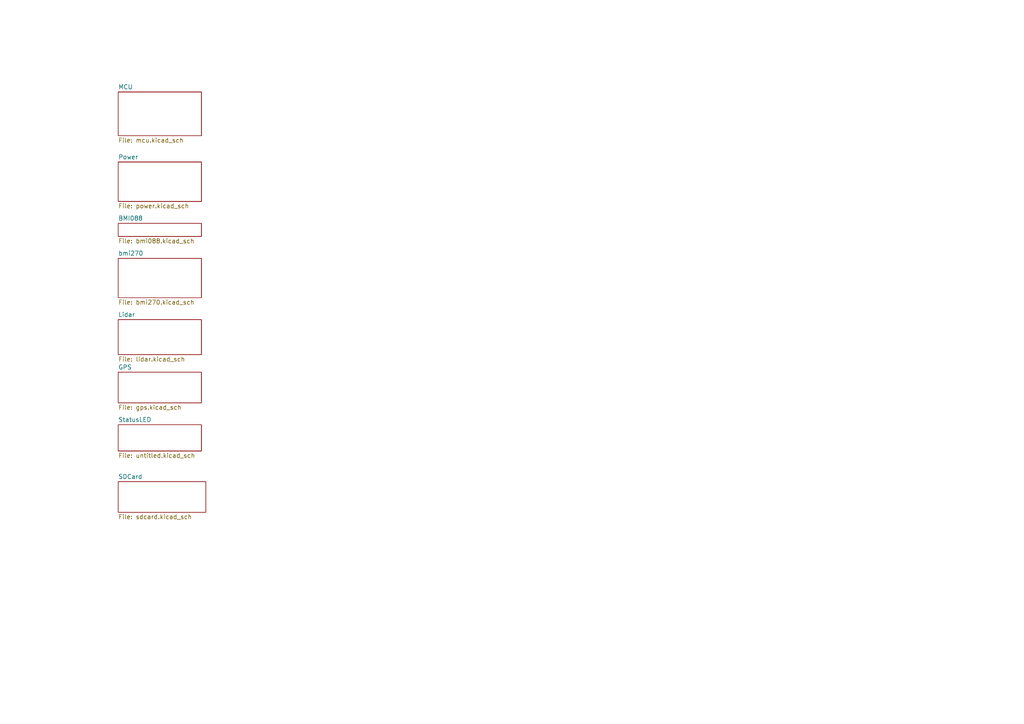
<source format=kicad_sch>
(kicad_sch
	(version 20250114)
	(generator "eeschema")
	(generator_version "9.0")
	(uuid "e622db34-6b8c-48c9-8c41-1be3b625e1fa")
	(paper "A4")
	(lib_symbols)
	(sheet
		(at 34.29 107.95)
		(size 24.13 8.89)
		(exclude_from_sim no)
		(in_bom yes)
		(on_board yes)
		(dnp no)
		(fields_autoplaced yes)
		(stroke
			(width 0.1524)
			(type solid)
		)
		(fill
			(color 0 0 0 0.0000)
		)
		(uuid "28ba1c6e-c584-49c3-8475-a13d7edbea36")
		(property "Sheetname" "GPS"
			(at 34.29 107.2384 0)
			(effects
				(font
					(size 1.27 1.27)
				)
				(justify left bottom)
			)
		)
		(property "Sheetfile" "gps.kicad_sch"
			(at 34.29 117.4246 0)
			(effects
				(font
					(size 1.27 1.27)
				)
				(justify left top)
			)
		)
		(instances
			(project "embassy-fc"
				(path "/e622db34-6b8c-48c9-8c41-1be3b625e1fa"
					(page "7")
				)
			)
		)
	)
	(sheet
		(at 34.29 46.99)
		(size 24.13 11.43)
		(exclude_from_sim no)
		(in_bom yes)
		(on_board yes)
		(dnp no)
		(fields_autoplaced yes)
		(stroke
			(width 0.1524)
			(type solid)
		)
		(fill
			(color 0 0 0 0.0000)
		)
		(uuid "68aaa2fc-2291-4b9a-a5a3-f0e710e90033")
		(property "Sheetname" "Power"
			(at 34.29 46.2784 0)
			(effects
				(font
					(size 1.27 1.27)
				)
				(justify left bottom)
			)
		)
		(property "Sheetfile" "power.kicad_sch"
			(at 34.29 59.0046 0)
			(effects
				(font
					(size 1.27 1.27)
				)
				(justify left top)
			)
		)
		(instances
			(project "embassy-fc"
				(path "/e622db34-6b8c-48c9-8c41-1be3b625e1fa"
					(page "3")
				)
			)
		)
	)
	(sheet
		(at 34.29 139.7)
		(size 25.4 8.89)
		(exclude_from_sim no)
		(in_bom yes)
		(on_board yes)
		(dnp no)
		(fields_autoplaced yes)
		(stroke
			(width 0.1524)
			(type solid)
		)
		(fill
			(color 0 0 0 0.0000)
		)
		(uuid "8a4835a3-a21d-4405-8ba3-beb6ac9befc1")
		(property "Sheetname" "SDCard"
			(at 34.29 138.9884 0)
			(effects
				(font
					(size 1.27 1.27)
				)
				(justify left bottom)
			)
		)
		(property "Sheetfile" "sdcard.kicad_sch"
			(at 34.29 149.1746 0)
			(effects
				(font
					(size 1.27 1.27)
				)
				(justify left top)
			)
		)
		(instances
			(project "embassy-fc"
				(path "/e622db34-6b8c-48c9-8c41-1be3b625e1fa"
					(page "9")
				)
			)
		)
	)
	(sheet
		(at 34.29 26.67)
		(size 24.13 12.7)
		(exclude_from_sim no)
		(in_bom yes)
		(on_board yes)
		(dnp no)
		(fields_autoplaced yes)
		(stroke
			(width 0.1524)
			(type solid)
		)
		(fill
			(color 0 0 0 0.0000)
		)
		(uuid "8cbc2f5b-c982-4bbd-92be-2c57ae672b63")
		(property "Sheetname" "MCU"
			(at 34.29 25.9584 0)
			(effects
				(font
					(size 1.27 1.27)
				)
				(justify left bottom)
			)
		)
		(property "Sheetfile" "mcu.kicad_sch"
			(at 34.29 39.9546 0)
			(effects
				(font
					(size 1.27 1.27)
				)
				(justify left top)
			)
		)
		(instances
			(project "embassy-fc"
				(path "/e622db34-6b8c-48c9-8c41-1be3b625e1fa"
					(page "2")
				)
			)
		)
	)
	(sheet
		(at 34.29 92.71)
		(size 24.13 10.16)
		(exclude_from_sim no)
		(in_bom yes)
		(on_board yes)
		(dnp no)
		(fields_autoplaced yes)
		(stroke
			(width 0.1524)
			(type solid)
		)
		(fill
			(color 0 0 0 0.0000)
		)
		(uuid "93c1bed1-476a-4fca-9042-ca479ffca8ec")
		(property "Sheetname" "Lidar"
			(at 34.29 91.9984 0)
			(effects
				(font
					(size 1.27 1.27)
				)
				(justify left bottom)
			)
		)
		(property "Sheetfile" "lidar.kicad_sch"
			(at 34.29 103.4546 0)
			(effects
				(font
					(size 1.27 1.27)
				)
				(justify left top)
			)
		)
		(instances
			(project "embassy-fc"
				(path "/e622db34-6b8c-48c9-8c41-1be3b625e1fa"
					(page "6")
				)
			)
		)
	)
	(sheet
		(at 34.29 123.19)
		(size 24.13 7.62)
		(exclude_from_sim no)
		(in_bom yes)
		(on_board yes)
		(dnp no)
		(fields_autoplaced yes)
		(stroke
			(width 0.1524)
			(type solid)
		)
		(fill
			(color 0 0 0 0.0000)
		)
		(uuid "b6d4bf1b-275e-4ec4-b151-be88fd710f9b")
		(property "Sheetname" "StatusLED"
			(at 34.29 122.4784 0)
			(effects
				(font
					(size 1.27 1.27)
				)
				(justify left bottom)
			)
		)
		(property "Sheetfile" "untitled.kicad_sch"
			(at 34.29 131.3946 0)
			(effects
				(font
					(size 1.27 1.27)
				)
				(justify left top)
			)
		)
		(instances
			(project "embassy-fc"
				(path "/e622db34-6b8c-48c9-8c41-1be3b625e1fa"
					(page "8")
				)
			)
		)
	)
	(sheet
		(at 34.29 74.93)
		(size 24.13 11.43)
		(exclude_from_sim no)
		(in_bom yes)
		(on_board yes)
		(dnp no)
		(fields_autoplaced yes)
		(stroke
			(width 0.1524)
			(type solid)
		)
		(fill
			(color 0 0 0 0.0000)
		)
		(uuid "d029a7ad-60ae-49e4-97b5-932dae8e5abf")
		(property "Sheetname" "bmi270"
			(at 34.29 74.2184 0)
			(effects
				(font
					(size 1.27 1.27)
				)
				(justify left bottom)
			)
		)
		(property "Sheetfile" "bmi270.kicad_sch"
			(at 34.29 86.9446 0)
			(effects
				(font
					(size 1.27 1.27)
				)
				(justify left top)
			)
		)
		(instances
			(project "embassy-fc"
				(path "/e622db34-6b8c-48c9-8c41-1be3b625e1fa"
					(page "5")
				)
			)
		)
	)
	(sheet
		(at 34.29 64.77)
		(size 24.13 3.81)
		(exclude_from_sim no)
		(in_bom yes)
		(on_board yes)
		(dnp no)
		(fields_autoplaced yes)
		(stroke
			(width 0.1524)
			(type solid)
		)
		(fill
			(color 0 0 0 0.0000)
		)
		(uuid "d3236998-d093-4343-b165-830cbd0fbdd4")
		(property "Sheetname" "BMI088"
			(at 34.29 64.0584 0)
			(effects
				(font
					(size 1.27 1.27)
				)
				(justify left bottom)
			)
		)
		(property "Sheetfile" "bmi088.kicad_sch"
			(at 34.29 69.1646 0)
			(effects
				(font
					(size 1.27 1.27)
				)
				(justify left top)
			)
		)
		(instances
			(project "embassy-fc"
				(path "/e622db34-6b8c-48c9-8c41-1be3b625e1fa"
					(page "4")
				)
			)
		)
	)
	(sheet_instances
		(path "/"
			(page "1")
		)
	)
	(embedded_fonts no)
)

</source>
